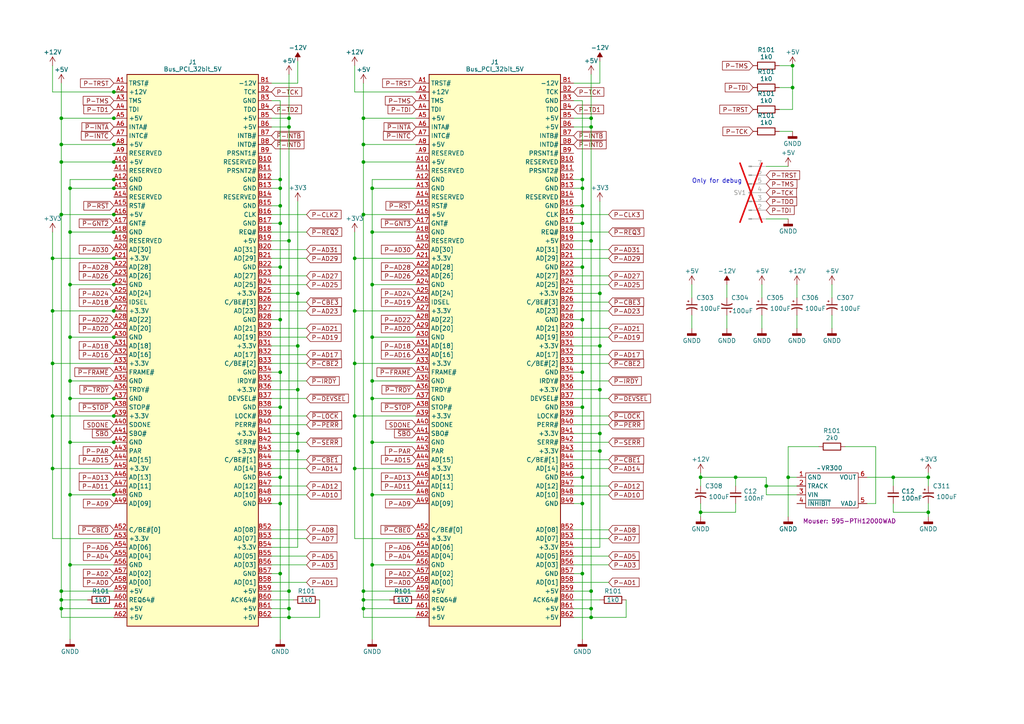
<source format=kicad_sch>
(kicad_sch (version 20230121) (generator eeschema)
  (paper "A4")
  (junction (at 83.82 176.53))
  (junction (at 81.28 59.69))
  (junction (at 83.82 179.07))
  (junction (at 107.95 97.79))
  (junction (at 173.99 125.73))
  (junction (at 81.28 92.71))
  (junction (at 168.91 92.71))
  (junction (at 105.41 46.99))
  (junction (at 107.95 82.55))
  (junction (at 102.87 120.65))
  (junction (at 15.24 135.89))
  (junction (at 33.02 128.27))
  (junction (at 107.95 163.83))
  (junction (at 222.25 140.97))
  (junction (at 168.91 107.95))
  (junction (at 20.32 110.49))
  (junction (at 168.91 166.37))
  (junction (at 33.02 26.67))
  (junction (at 173.99 100.33))
  (junction (at 17.78 173.99))
  (junction (at 171.45 69.85))
  (junction (at 86.36 130.81))
  (junction (at 269.24 138.43))
  (junction (at 86.36 113.03))
  (junction (at 81.28 166.37))
  (junction (at 17.78 176.53))
  (junction (at 81.28 54.61))
  (junction (at 228.6 138.43))
  (junction (at 20.32 128.27))
  (junction (at 81.28 64.77))
  (junction (at 20.32 115.57))
  (junction (at 105.41 62.23))
  (junction (at 17.78 41.91))
  (junction (at 105.41 176.53))
  (junction (at 17.78 171.45))
  (junction (at 33.02 115.57))
  (junction (at 83.82 69.85))
  (junction (at 168.91 146.05))
  (junction (at 102.87 90.17))
  (junction (at 107.95 67.31))
  (junction (at 171.45 176.53))
  (junction (at 168.91 77.47))
  (junction (at 81.28 146.05))
  (junction (at 171.45 171.45))
  (junction (at 173.99 130.81))
  (junction (at 33.02 143.51))
  (junction (at 105.41 171.45))
  (junction (at 107.95 115.57))
  (junction (at 33.02 74.93))
  (junction (at 20.32 143.51))
  (junction (at 83.82 171.45))
  (junction (at 17.78 46.99))
  (junction (at 171.45 36.83))
  (junction (at 20.32 97.79))
  (junction (at 33.02 46.99))
  (junction (at 107.95 143.51))
  (junction (at 15.24 74.93))
  (junction (at 203.2 138.43))
  (junction (at 107.95 110.49))
  (junction (at 33.02 120.65))
  (junction (at 86.36 125.73))
  (junction (at 81.28 118.11))
  (junction (at 20.32 67.31))
  (junction (at 107.95 128.27))
  (junction (at 17.78 34.29))
  (junction (at 83.82 36.83))
  (junction (at 33.02 54.61))
  (junction (at 105.41 41.91))
  (junction (at 102.87 135.89))
  (junction (at 33.02 67.31))
  (junction (at 20.32 82.55))
  (junction (at 168.91 52.07))
  (junction (at 17.78 62.23))
  (junction (at 81.28 107.95))
  (junction (at 168.91 54.61))
  (junction (at 81.28 52.07))
  (junction (at 171.45 179.07))
  (junction (at 33.02 62.23))
  (junction (at 33.02 41.91))
  (junction (at 229.87 25.4))
  (junction (at 33.02 34.29))
  (junction (at 213.36 138.43))
  (junction (at 171.45 34.29))
  (junction (at 83.82 34.29))
  (junction (at 168.91 64.77))
  (junction (at 105.41 34.29))
  (junction (at 269.24 148.59))
  (junction (at 33.02 97.79))
  (junction (at 20.32 54.61))
  (junction (at 105.41 173.99))
  (junction (at 173.99 85.09))
  (junction (at 15.24 105.41))
  (junction (at 168.91 59.69))
  (junction (at 33.02 90.17))
  (junction (at 86.36 100.33))
  (junction (at 107.95 54.61))
  (junction (at 81.28 77.47))
  (junction (at 168.91 138.43))
  (junction (at 33.02 52.07))
  (junction (at 229.87 19.05))
  (junction (at 15.24 120.65))
  (junction (at 15.24 90.17))
  (junction (at 168.91 118.11))
  (junction (at 203.2 148.59))
  (junction (at 102.87 105.41))
  (junction (at 81.28 138.43))
  (junction (at 33.02 82.55))
  (junction (at 259.08 138.43))
  (junction (at 20.32 163.83))
  (junction (at 173.99 113.03))
  (junction (at 86.36 85.09))
  (junction (at 102.87 74.93))
  (wire (pts (xy 107.95 67.31) (xy 107.95 82.55)))
  (wire (pts (xy 20.32 67.31) (xy 20.32 82.55)))
  (wire (pts (xy 17.78 46.99) (xy 17.78 41.91)))
  (wire (pts (xy 168.91 59.69) (xy 168.91 64.77)))
  (wire (pts (xy 78.74 82.55) (xy 88.9 82.55)))
  (wire (pts (xy 228.6 129.54) (xy 228.6 138.43)))
  (wire (pts (xy 78.74 123.19) (xy 88.9 123.19)))
  (wire (pts (xy 86.36 17.78) (xy 86.36 24.13)))
  (wire (pts (xy 20.32 143.51) (xy 20.32 163.83)))
  (wire (pts (xy 200.66 82.55) (xy 200.66 86.36)))
  (wire (pts (xy 171.45 171.45) (xy 171.45 69.85)))
  (wire (pts (xy 102.87 156.21) (xy 120.65 156.21)))
  (wire (pts (xy 171.45 176.53) (xy 171.45 171.45)))
  (wire (pts (xy 81.28 138.43) (xy 81.28 146.05)))
  (wire (pts (xy 259.08 140.97) (xy 259.08 138.43)))
  (wire (pts (xy 107.95 163.83) (xy 120.65 163.83)))
  (wire (pts (xy 210.82 82.55) (xy 210.82 86.36)))
  (wire (pts (xy 166.37 176.53) (xy 171.45 176.53)))
  (wire (pts (xy 107.95 128.27) (xy 120.65 128.27)))
  (wire (pts (xy 176.53 80.01) (xy 166.37 80.01)))
  (wire (pts (xy 245.11 129.54) (xy 254 129.54)))
  (wire (pts (xy 15.24 74.93) (xy 15.24 67.31)))
  (wire (pts (xy 78.74 110.49) (xy 88.9 110.49)))
  (wire (pts (xy 176.53 115.57) (xy 166.37 115.57)))
  (wire (pts (xy 176.53 102.87) (xy 166.37 102.87)))
  (wire (pts (xy 176.53 123.19) (xy 166.37 123.19)))
  (wire (pts (xy 17.78 41.91) (xy 33.02 41.91)))
  (wire (pts (xy 107.95 97.79) (xy 107.95 110.49)))
  (wire (pts (xy 166.37 138.43) (xy 168.91 138.43)))
  (wire (pts (xy 17.78 41.91) (xy 17.78 34.29)))
  (wire (pts (xy 105.41 171.45) (xy 120.65 171.45)))
  (wire (pts (xy 83.82 21.59) (xy 83.82 34.29)))
  (wire (pts (xy 166.37 171.45) (xy 171.45 171.45)))
  (wire (pts (xy 78.74 95.25) (xy 88.9 95.25)))
  (wire (pts (xy 168.91 64.77) (xy 168.91 77.47)))
  (wire (pts (xy 228.6 138.43) (xy 231.14 138.43)))
  (wire (pts (xy 173.99 125.73) (xy 173.99 113.03)))
  (wire (pts (xy 210.82 91.44) (xy 210.82 95.25)))
  (wire (pts (xy 78.74 161.29) (xy 88.9 161.29)))
  (wire (pts (xy 81.28 64.77) (xy 81.28 77.47)))
  (wire (pts (xy 83.82 171.45) (xy 83.82 69.85)))
  (wire (pts (xy 102.87 26.67) (xy 120.65 26.67)))
  (wire (pts (xy 176.53 133.35) (xy 166.37 133.35)))
  (wire (pts (xy 176.53 72.39) (xy 166.37 72.39)))
  (wire (pts (xy 78.74 54.61) (xy 81.28 54.61)))
  (wire (pts (xy 105.41 62.23) (xy 120.65 62.23)))
  (wire (pts (xy 269.24 149.86) (xy 269.24 148.59)))
  (wire (pts (xy 78.74 118.11) (xy 81.28 118.11)))
  (wire (pts (xy 102.87 90.17) (xy 120.65 90.17)))
  (wire (pts (xy 105.41 62.23) (xy 105.41 46.99)))
  (wire (pts (xy 20.32 54.61) (xy 20.32 67.31)))
  (wire (pts (xy 20.32 82.55) (xy 20.32 97.79)))
  (wire (pts (xy 173.99 158.75) (xy 173.99 130.81)))
  (wire (pts (xy 102.87 135.89) (xy 120.65 135.89)))
  (wire (pts (xy 35.56 34.29) (xy 33.02 34.29)))
  (wire (pts (xy 15.24 120.65) (xy 15.24 105.41)))
  (wire (pts (xy 20.32 82.55) (xy 33.02 82.55)))
  (wire (pts (xy 17.78 173.99) (xy 25.4 173.99)))
  (wire (pts (xy 105.41 46.99) (xy 105.41 41.91)))
  (wire (pts (xy 78.74 146.05) (xy 81.28 146.05)))
  (wire (pts (xy 78.74 36.83) (xy 83.82 36.83)))
  (wire (pts (xy 166.37 166.37) (xy 168.91 166.37)))
  (wire (pts (xy 33.02 26.67) (xy 15.24 26.67)))
  (wire (pts (xy 20.32 67.31) (xy 33.02 67.31)))
  (wire (pts (xy 166.37 100.33) (xy 173.99 100.33)))
  (wire (pts (xy 17.78 62.23) (xy 17.78 46.99)))
  (wire (pts (xy 166.37 146.05) (xy 168.91 146.05)))
  (wire (pts (xy 176.53 67.31) (xy 166.37 67.31)))
  (wire (pts (xy 222.25 48.26) (xy 228.6 48.26)))
  (wire (pts (xy 15.24 105.41) (xy 15.24 90.17)))
  (wire (pts (xy 86.36 113.03) (xy 86.36 100.33)))
  (wire (pts (xy 78.74 120.65) (xy 88.9 120.65)))
  (wire (pts (xy 20.32 110.49) (xy 20.32 115.57)))
  (wire (pts (xy 105.41 176.53) (xy 120.65 176.53)))
  (wire (pts (xy 20.32 128.27) (xy 20.32 143.51)))
  (wire (pts (xy 78.74 133.35) (xy 88.9 133.35)))
  (wire (pts (xy 166.37 158.75) (xy 173.99 158.75)))
  (wire (pts (xy 78.74 138.43) (xy 81.28 138.43)))
  (wire (pts (xy 35.56 46.99) (xy 33.02 46.99)))
  (wire (pts (xy 78.74 64.77) (xy 81.28 64.77)))
  (wire (pts (xy 17.78 179.07) (xy 33.02 179.07)))
  (wire (pts (xy 166.37 29.21) (xy 168.91 29.21)))
  (wire (pts (xy 222.25 140.97) (xy 222.25 138.43)))
  (wire (pts (xy 15.24 90.17) (xy 15.24 74.93)))
  (wire (pts (xy 269.24 137.16) (xy 269.24 138.43)))
  (wire (pts (xy 176.53 82.55) (xy 166.37 82.55)))
  (wire (pts (xy 105.41 179.07) (xy 105.41 176.53)))
  (wire (pts (xy 86.36 125.73) (xy 86.36 113.03)))
  (wire (pts (xy 105.41 41.91) (xy 120.65 41.91)))
  (wire (pts (xy 78.74 140.97) (xy 88.9 140.97)))
  (wire (pts (xy 226.06 25.4) (xy 229.87 25.4)))
  (wire (pts (xy 176.53 135.89) (xy 166.37 135.89)))
  (wire (pts (xy 102.87 105.41) (xy 102.87 90.17)))
  (wire (pts (xy 92.71 173.99) (xy 92.71 179.07)))
  (wire (pts (xy 231.14 91.44) (xy 231.14 95.25)))
  (wire (pts (xy 107.95 110.49) (xy 107.95 115.57)))
  (wire (pts (xy 107.95 52.07) (xy 120.65 52.07)))
  (wire (pts (xy 231.14 143.51) (xy 222.25 143.51)))
  (wire (pts (xy 78.74 158.75) (xy 86.36 158.75)))
  (wire (pts (xy 17.78 176.53) (xy 17.78 173.99)))
  (wire (pts (xy 35.56 26.67) (xy 33.02 26.67)))
  (wire (pts (xy 168.91 52.07) (xy 168.91 54.61)))
  (wire (pts (xy 78.74 107.95) (xy 81.28 107.95)))
  (wire (pts (xy 35.56 97.79) (xy 33.02 97.79)))
  (wire (pts (xy 35.56 90.17) (xy 33.02 90.17)))
  (wire (pts (xy 15.24 90.17) (xy 33.02 90.17)))
  (wire (pts (xy 176.53 110.49) (xy 166.37 110.49)))
  (wire (pts (xy 78.74 135.89) (xy 88.9 135.89)))
  (wire (pts (xy 168.91 77.47) (xy 168.91 92.71)))
  (wire (pts (xy 81.28 52.07) (xy 81.28 54.61)))
  (wire (pts (xy 168.91 146.05) (xy 168.91 166.37)))
  (wire (pts (xy 35.56 74.93) (xy 33.02 74.93)))
  (wire (pts (xy 78.74 85.09) (xy 86.36 85.09)))
  (wire (pts (xy 107.95 97.79) (xy 120.65 97.79)))
  (wire (pts (xy 78.74 52.07) (xy 81.28 52.07)))
  (wire (pts (xy 222.25 143.51) (xy 222.25 140.97)))
  (wire (pts (xy 35.56 115.57) (xy 33.02 115.57)))
  (wire (pts (xy 86.36 130.81) (xy 86.36 125.73)))
  (wire (pts (xy 176.53 153.67) (xy 166.37 153.67)))
  (wire (pts (xy 241.3 82.55) (xy 241.3 86.36)))
  (wire (pts (xy 176.53 87.63) (xy 166.37 87.63)))
  (wire (pts (xy 213.36 140.97) (xy 213.36 138.43)))
  (wire (pts (xy 102.87 105.41) (xy 120.65 105.41)))
  (wire (pts (xy 107.95 128.27) (xy 107.95 143.51)))
  (wire (pts (xy 78.74 92.71) (xy 81.28 92.71)))
  (wire (pts (xy 269.24 138.43) (xy 269.24 140.97)))
  (wire (pts (xy 105.41 24.13) (xy 105.41 34.29)))
  (wire (pts (xy 78.74 105.41) (xy 88.9 105.41)))
  (wire (pts (xy 105.41 173.99) (xy 105.41 171.45)))
  (wire (pts (xy 15.24 120.65) (xy 33.02 120.65)))
  (wire (pts (xy 78.74 24.13) (xy 86.36 24.13)))
  (wire (pts (xy 78.74 67.31) (xy 88.9 67.31)))
  (wire (pts (xy 17.78 176.53) (xy 33.02 176.53)))
  (wire (pts (xy 228.6 149.86) (xy 228.6 138.43)))
  (wire (pts (xy 168.91 29.21) (xy 168.91 52.07)))
  (wire (pts (xy 173.99 113.03) (xy 173.99 100.33)))
  (wire (pts (xy 259.08 138.43) (xy 269.24 138.43)))
  (wire (pts (xy 203.2 138.43) (xy 203.2 140.97)))
  (wire (pts (xy 17.78 173.99) (xy 17.78 171.45)))
  (wire (pts (xy 166.37 77.47) (xy 168.91 77.47)))
  (wire (pts (xy 78.74 130.81) (xy 86.36 130.81)))
  (wire (pts (xy 78.74 69.85) (xy 83.82 69.85)))
  (wire (pts (xy 213.36 148.59) (xy 203.2 148.59)))
  (wire (pts (xy 78.74 62.23) (xy 88.9 62.23)))
  (wire (pts (xy 83.82 69.85) (xy 83.82 36.83)))
  (wire (pts (xy 78.74 80.01) (xy 88.9 80.01)))
  (wire (pts (xy 229.87 25.4) (xy 229.87 19.05)))
  (wire (pts (xy 35.56 143.51) (xy 33.02 143.51)))
  (wire (pts (xy 176.53 163.83) (xy 166.37 163.83)))
  (wire (pts (xy 78.74 102.87) (xy 88.9 102.87)))
  (wire (pts (xy 78.74 128.27) (xy 88.9 128.27)))
  (wire (pts (xy 78.74 153.67) (xy 88.9 153.67)))
  (wire (pts (xy 222.25 63.5) (xy 228.6 63.5)))
  (wire (pts (xy 102.87 120.65) (xy 120.65 120.65)))
  (wire (pts (xy 168.91 92.71) (xy 168.91 107.95)))
  (wire (pts (xy 166.37 118.11) (xy 168.91 118.11)))
  (wire (pts (xy 166.37 125.73) (xy 173.99 125.73)))
  (wire (pts (xy 17.78 24.13) (xy 17.78 34.29)))
  (wire (pts (xy 85.09 173.99) (xy 78.74 173.99)))
  (wire (pts (xy 203.2 138.43) (xy 213.36 138.43)))
  (wire (pts (xy 213.36 138.43) (xy 222.25 138.43)))
  (wire (pts (xy 78.74 125.73) (xy 86.36 125.73)))
  (wire (pts (xy 78.74 163.83) (xy 88.9 163.83)))
  (wire (pts (xy 20.32 52.07) (xy 20.32 54.61)))
  (wire (pts (xy 20.32 128.27) (xy 33.02 128.27)))
  (wire (pts (xy 105.41 41.91) (xy 105.41 34.29)))
  (wire (pts (xy 35.56 41.91) (xy 33.02 41.91)))
  (wire (pts (xy 20.32 52.07) (xy 33.02 52.07)))
  (wire (pts (xy 92.71 179.07) (xy 83.82 179.07)))
  (wire (pts (xy 181.61 179.07) (xy 171.45 179.07)))
  (wire (pts (xy 107.95 143.51) (xy 107.95 163.83)))
  (wire (pts (xy 107.95 54.61) (xy 107.95 67.31)))
  (wire (pts (xy 35.56 128.27) (xy 33.02 128.27)))
  (wire (pts (xy 166.37 64.77) (xy 168.91 64.77)))
  (wire (pts (xy 226.06 31.75) (xy 229.87 31.75)))
  (wire (pts (xy 17.78 34.29) (xy 33.02 34.29)))
  (wire (pts (xy 168.91 166.37) (xy 168.91 185.42)))
  (wire (pts (xy 78.74 74.93) (xy 88.9 74.93)))
  (wire (pts (xy 20.32 110.49) (xy 33.02 110.49)))
  (wire (pts (xy 220.98 95.25) (xy 220.98 91.44)))
  (wire (pts (xy 166.37 59.69) (xy 168.91 59.69)))
  (wire (pts (xy 83.82 36.83) (xy 83.82 34.29)))
  (wire (pts (xy 20.32 54.61) (xy 33.02 54.61)))
  (wire (pts (xy 168.91 138.43) (xy 168.91 146.05)))
  (wire (pts (xy 105.41 179.07) (xy 120.65 179.07)))
  (wire (pts (xy 173.99 58.42) (xy 173.99 85.09)))
  (wire (pts (xy 176.53 161.29) (xy 166.37 161.29)))
  (wire (pts (xy 107.95 115.57) (xy 120.65 115.57)))
  (wire (pts (xy 20.32 97.79) (xy 33.02 97.79)))
  (wire (pts (xy 176.53 168.91) (xy 166.37 168.91)))
  (wire (pts (xy 20.32 163.83) (xy 33.02 163.83)))
  (wire (pts (xy 17.78 46.99) (xy 33.02 46.99)))
  (wire (pts (xy 171.45 69.85) (xy 171.45 36.83)))
  (wire (pts (xy 83.82 179.07) (xy 83.82 176.53)))
  (wire (pts (xy 241.3 95.25) (xy 241.3 91.44)))
  (wire (pts (xy 17.78 179.07) (xy 17.78 176.53)))
  (wire (pts (xy 107.95 163.83) (xy 107.95 185.42)))
  (wire (pts (xy 78.74 29.21) (xy 81.28 29.21)))
  (wire (pts (xy 259.08 146.05) (xy 259.08 148.59)))
  (wire (pts (xy 171.45 36.83) (xy 171.45 34.29)))
  (wire (pts (xy 166.37 24.13) (xy 173.99 24.13)))
  (wire (pts (xy 20.32 143.51) (xy 33.02 143.51)))
  (wire (pts (xy 176.53 74.93) (xy 166.37 74.93)))
  (wire (pts (xy 220.98 82.55) (xy 220.98 86.36)))
  (wire (pts (xy 171.45 34.29) (xy 166.37 34.29)))
  (wire (pts (xy 200.66 95.25) (xy 200.66 91.44)))
  (wire (pts (xy 35.56 67.31) (xy 33.02 67.31)))
  (wire (pts (xy 35.56 120.65) (xy 33.02 120.65)))
  (wire (pts (xy 78.74 77.47) (xy 81.28 77.47)))
  (wire (pts (xy 166.37 69.85) (xy 171.45 69.85)))
  (wire (pts (xy 171.45 21.59) (xy 171.45 34.29)))
  (wire (pts (xy 81.28 118.11) (xy 81.28 138.43)))
  (wire (pts (xy 15.24 156.21) (xy 15.24 135.89)))
  (wire (pts (xy 251.46 146.05) (xy 254 146.05)))
  (wire (pts (xy 181.61 173.99) (xy 181.61 179.07)))
  (wire (pts (xy 226.06 38.1) (xy 229.87 38.1)))
  (wire (pts (xy 105.41 46.99) (xy 120.65 46.99)))
  (wire (pts (xy 86.36 100.33) (xy 86.36 85.09)))
  (wire (pts (xy 173.99 100.33) (xy 173.99 85.09)))
  (wire (pts (xy 226.06 19.05) (xy 229.87 19.05)))
  (wire (pts (xy 81.28 29.21) (xy 81.28 52.07)))
  (wire (pts (xy 78.74 179.07) (xy 83.82 179.07)))
  (wire (pts (xy 259.08 148.59) (xy 269.24 148.59)))
  (wire (pts (xy 78.74 90.17) (xy 88.9 90.17)))
  (wire (pts (xy 15.24 105.41) (xy 33.02 105.41)))
  (wire (pts (xy 35.56 52.07) (xy 33.02 52.07)))
  (wire (pts (xy 78.74 171.45) (xy 83.82 171.45)))
  (wire (pts (xy 166.37 173.99) (xy 173.99 173.99)))
  (wire (pts (xy 17.78 171.45) (xy 33.02 171.45)))
  (wire (pts (xy 107.95 110.49) (xy 120.65 110.49)))
  (wire (pts (xy 105.41 62.23) (xy 105.41 171.45)))
  (wire (pts (xy 86.36 158.75) (xy 86.36 130.81)))
  (wire (pts (xy 166.37 36.83) (xy 171.45 36.83)))
  (wire (pts (xy 78.74 166.37) (xy 81.28 166.37)))
  (wire (pts (xy 81.28 92.71) (xy 81.28 107.95)))
  (wire (pts (xy 107.95 143.51) (xy 120.65 143.51)))
  (wire (pts (xy 20.32 97.79) (xy 20.32 110.49)))
  (wire (pts (xy 173.99 85.09) (xy 166.37 85.09)))
  (wire (pts (xy 17.78 62.23) (xy 17.78 171.45)))
  (wire (pts (xy 20.32 163.83) (xy 20.32 185.42)))
  (wire (pts (xy 105.41 173.99) (xy 113.03 173.99)))
  (wire (pts (xy 35.56 82.55) (xy 33.02 82.55)))
  (wire (pts (xy 166.37 107.95) (xy 168.91 107.95)))
  (wire (pts (xy 78.74 34.29) (xy 83.82 34.29)))
  (wire (pts (xy 102.87 120.65) (xy 102.87 105.41)))
  (wire (pts (xy 203.2 148.59) (xy 203.2 146.05)))
  (wire (pts (xy 81.28 146.05) (xy 81.28 166.37)))
  (wire (pts (xy 102.87 135.89) (xy 102.87 120.65)))
  (wire (pts (xy 176.53 143.51) (xy 166.37 143.51)))
  (wire (pts (xy 166.37 54.61) (xy 168.91 54.61)))
  (wire (pts (xy 173.99 17.78) (xy 173.99 24.13)))
  (wire (pts (xy 78.74 59.69) (xy 81.28 59.69)))
  (wire (pts (xy 102.87 156.21) (xy 102.87 135.89)))
  (wire (pts (xy 102.87 74.93) (xy 102.87 67.31)))
  (wire (pts (xy 176.53 156.21) (xy 166.37 156.21)))
  (wire (pts (xy 203.2 137.16) (xy 203.2 138.43)))
  (wire (pts (xy 168.91 118.11) (xy 168.91 138.43)))
  (wire (pts (xy 176.53 120.65) (xy 166.37 120.65)))
  (wire (pts (xy 81.28 54.61) (xy 81.28 59.69)))
  (wire (pts (xy 81.28 77.47) (xy 81.28 92.71)))
  (wire (pts (xy 107.95 82.55) (xy 107.95 97.79)))
  (wire (pts (xy 166.37 113.03) (xy 173.99 113.03)))
  (wire (pts (xy 35.56 62.23) (xy 33.02 62.23)))
  (wire (pts (xy 168.91 107.95) (xy 168.91 118.11)))
  (wire (pts (xy 173.99 130.81) (xy 173.99 125.73)))
  (wire (pts (xy 20.32 115.57) (xy 20.32 128.27)))
  (wire (pts (xy 251.46 138.43) (xy 259.08 138.43)))
  (wire (pts (xy 107.95 67.31) (xy 120.65 67.31)))
  (wire (pts (xy 78.74 156.21) (xy 88.9 156.21)))
  (wire (pts (xy 107.95 115.57) (xy 107.95 128.27)))
  (wire (pts (xy 269.24 148.59) (xy 269.24 146.05)))
  (wire (pts (xy 176.53 62.23) (xy 166.37 62.23)))
  (wire (pts (xy 176.53 97.79) (xy 166.37 97.79)))
  (wire (pts (xy 15.24 156.21) (xy 33.02 156.21)))
  (wire (pts (xy 213.36 146.05) (xy 213.36 148.59)))
  (wire (pts (xy 107.95 54.61) (xy 120.65 54.61)))
  (wire (pts (xy 83.82 176.53) (xy 83.82 171.45)))
  (wire (pts (xy 78.74 113.03) (xy 86.36 113.03)))
  (wire (pts (xy 78.74 168.91) (xy 88.9 168.91)))
  (wire (pts (xy 176.53 140.97) (xy 166.37 140.97)))
  (wire (pts (xy 81.28 107.95) (xy 81.28 118.11)))
  (wire (pts (xy 102.87 19.05) (xy 102.87 26.67)))
  (wire (pts (xy 107.95 52.07) (xy 107.95 54.61)))
  (wire (pts (xy 222.25 140.97) (xy 231.14 140.97)))
  (wire (pts (xy 15.24 74.93) (xy 33.02 74.93)))
  (wire (pts (xy 166.37 179.07) (xy 171.45 179.07)))
  (wire (pts (xy 86.36 58.42) (xy 86.36 85.09)))
  (wire (pts (xy 17.78 62.23) (xy 33.02 62.23)))
  (wire (pts (xy 78.74 100.33) (xy 86.36 100.33)))
  (wire (pts (xy 15.24 19.05) (xy 15.24 26.67)))
  (wire (pts (xy 176.53 128.27) (xy 166.37 128.27)))
  (wire (pts (xy 107.95 82.55) (xy 120.65 82.55)))
  (wire (pts (xy 166.37 52.07) (xy 168.91 52.07)))
  (wire (pts (xy 229.87 31.75) (xy 229.87 25.4)))
  (wire (pts (xy 176.53 95.25) (xy 166.37 95.25)))
  (wire (pts (xy 105.41 34.29) (xy 120.65 34.29)))
  (wire (pts (xy 78.74 115.57) (xy 88.9 115.57)))
  (wire (pts (xy 231.14 82.55) (xy 231.14 86.36)))
  (wire (pts (xy 78.74 97.79) (xy 88.9 97.79)))
  (wire (pts (xy 78.74 143.51) (xy 88.9 143.51)))
  (wire (pts (xy 35.56 54.61) (xy 33.02 54.61)))
  (wire (pts (xy 166.37 92.71) (xy 168.91 92.71)))
  (wire (pts (xy 78.74 176.53) (xy 83.82 176.53)))
  (wire (pts (xy 166.37 130.81) (xy 173.99 130.81)))
  (wire (pts (xy 254 146.05) (xy 254 129.54)))
  (wire (pts (xy 237.49 129.54) (xy 228.6 129.54)))
  (wire (pts (xy 81.28 59.69) (xy 81.28 64.77)))
  (wire (pts (xy 168.91 54.61) (xy 168.91 59.69)))
  (wire (pts (xy 176.53 105.41) (xy 166.37 105.41)))
  (wire (pts (xy 102.87 74.93) (xy 120.65 74.93)))
  (wire (pts (xy 20.32 115.57) (xy 33.02 115.57)))
  (wire (pts (xy 105.41 176.53) (xy 105.41 173.99)))
  (wire (pts (xy 203.2 149.86) (xy 203.2 148.59)))
  (wire (pts (xy 102.87 90.17) (xy 102.87 74.93)))
  (wire (pts (xy 78.74 72.39) (xy 88.9 72.39)))
  (wire (pts (xy 78.74 87.63) (xy 88.9 87.63)))
  (wire (pts (xy 15.24 135.89) (xy 33.02 135.89)))
  (wire (pts (xy 176.53 90.17) (xy 166.37 90.17)))
  (wire (pts (xy 81.28 166.37) (xy 81.28 185.42)))
  (wire (pts (xy 15.24 135.89) (xy 15.24 120.65)))
  (wire (pts (xy 171.45 179.07) (xy 171.45 176.53)))
  (text "Only for debug" (at 200.66 53.34 0) (effects (font (size 1.27 1.27)) (justify left bottom)))
  (global_label "P-TMS" (shape input) (at 218.44 19.05 180) (property "Intersheetrefs" "${INTERSHEET_REFS}" (effects hide)))
  (global_label "P-AD24" (shape input) (at 120.65 85.09 180) (property "Intersheetrefs" "${INTERSHEET_REFS}" (effects hide)))
  (global_label "P-TCK" (shape input) (at 78.74 26.67 0) (property "Intersheetrefs" "${INTERSHEET_REFS}" (effects hide)))
  (global_label "~{P-DEVSEL}" (shape input) (at 176.53 115.57 0) (property "Intersheetrefs" "${INTERSHEET_REFS}" (effects hide)))
  (global_label "P-TMS" (shape input) (at 120.65 29.21 180) (property "Intersheetrefs" "${INTERSHEET_REFS}" (effects hide)))
  (global_label "~{P-FRAME}" (shape input) (at 120.65 107.95 180) (property "Intersheetrefs" "${INTERSHEET_REFS}" (effects hide)))
  (global_label "~{P-STOP}" (shape input) (at 120.65 118.11 180) (property "Intersheetrefs" "${INTERSHEET_REFS}" (effects hide)))
  (global_label "P-AD19" (shape input) (at 88.9 97.79 0) (property "Intersheetrefs" "${INTERSHEET_REFS}" (effects hide)))
  (global_label "P-AD27" (shape input) (at 88.9 80.01 0) (property "Intersheetrefs" "${INTERSHEET_REFS}" (effects hide)))
  (global_label "P-AD30" (shape input) (at 120.65 72.39 180) (property "Intersheetrefs" "${INTERSHEET_REFS}" (effects hide)))
  (global_label "P-TDI" (shape input) (at 120.65 31.75 180) (property "Intersheetrefs" "${INTERSHEET_REFS}" (effects hide)))
  (global_label "P-AD21" (shape input) (at 88.9 95.25 0) (property "Intersheetrefs" "${INTERSHEET_REFS}" (effects hide)))
  (global_label "P-AD7" (shape input) (at 176.53 156.21 0) (property "Intersheetrefs" "${INTERSHEET_REFS}" (effects hide)))
  (global_label "P-AD27" (shape input) (at 176.53 80.01 0) (property "Intersheetrefs" "${INTERSHEET_REFS}" (effects hide)))
  (global_label "P-TDI" (shape input) (at 218.44 25.4 180) (property "Intersheetrefs" "${INTERSHEET_REFS}" (effects hide)))
  (global_label "P-AD2" (shape input) (at 120.65 166.37 180) (property "Intersheetrefs" "${INTERSHEET_REFS}" (effects hide)))
  (global_label "P-AD17" (shape input) (at 88.9 102.87 0) (property "Intersheetrefs" "${INTERSHEET_REFS}" (effects hide)))
  (global_label "P-AD18" (shape input) (at 120.65 100.33 180) (property "Intersheetrefs" "${INTERSHEET_REFS}" (effects hide)))
  (global_label "P-AD21" (shape input) (at 176.53 95.25 0) (property "Intersheetrefs" "${INTERSHEET_REFS}" (effects hide)))
  (global_label "P-AD15" (shape input) (at 33.02 133.35 180) (property "Intersheetrefs" "${INTERSHEET_REFS}" (effects hide)))
  (global_label "P-TDI" (shape input) (at 222.25 60.96 0) (property "Intersheetrefs" "${INTERSHEET_REFS}" (effects hide)))
  (global_label "~{SBO}" (shape input) (at 33.02 125.73 180) (property "Intersheetrefs" "${INTERSHEET_REFS}" (effects hide)))
  (global_label "P-AD20" (shape input) (at 33.02 95.25 180) (property "Intersheetrefs" "${INTERSHEET_REFS}" (effects hide)))
  (global_label "~{P-SERR}" (shape input) (at 88.9 128.27 0) (property "Intersheetrefs" "${INTERSHEET_REFS}" (effects hide)))
  (global_label "P-AD9" (shape input) (at 33.02 146.05 180) (property "Intersheetrefs" "${INTERSHEET_REFS}" (effects hide)))
  (global_label "P-AD20" (shape input) (at 120.65 95.25 180) (property "Intersheetrefs" "${INTERSHEET_REFS}" (effects hide)))
  (global_label "P-AD11" (shape input) (at 120.65 140.97 180) (property "Intersheetrefs" "${INTERSHEET_REFS}" (effects hide)))
  (global_label "P-AD6" (shape input) (at 33.02 158.75 180) (property "Intersheetrefs" "${INTERSHEET_REFS}" (effects hide)))
  (global_label "SDONE" (shape input) (at 33.02 123.19 180) (property "Intersheetrefs" "${INTERSHEET_REFS}" (effects hide)))
  (global_label "P-AD11" (shape input) (at 33.02 140.97 180) (property "Intersheetrefs" "${INTERSHEET_REFS}" (effects hide)))
  (global_label "P-AD22" (shape input) (at 33.02 92.71 180) (property "Intersheetrefs" "${INTERSHEET_REFS}" (effects hide)))
  (global_label "~{P-PERR}" (shape input) (at 88.9 123.19 0) (property "Intersheetrefs" "${INTERSHEET_REFS}" (effects hide)))
  (global_label "P-AD26" (shape input) (at 120.65 80.01 180) (property "Intersheetrefs" "${INTERSHEET_REFS}" (effects hide)))
  (global_label "~{P-CBE0}" (shape input) (at 120.65 153.67 180) (property "Intersheetrefs" "${INTERSHEET_REFS}" (effects hide)))
  (global_label "P-AD0" (shape input) (at 120.65 168.91 180) (property "Intersheetrefs" "${INTERSHEET_REFS}" (effects hide)))
  (global_label "~{P-REQ2}" (shape input) (at 88.9 67.31 0) (property "Intersheetrefs" "${INTERSHEET_REFS}" (effects hide)))
  (global_label "P-TRST" (shape input) (at 120.65 24.13 180) (property "Intersheetrefs" "${INTERSHEET_REFS}" (effects hide)))
  (global_label "~{P-INTD}" (shape input) (at 166.37 41.91 0) (property "Intersheetrefs" "${INTERSHEET_REFS}" (effects hide)))
  (global_label "~{P-GNT3}" (shape input) (at 120.65 64.77 180) (property "Intersheetrefs" "${INTERSHEET_REFS}" (effects hide)))
  (global_label "P-AD4" (shape input) (at 33.02 161.29 180) (property "Intersheetrefs" "${INTERSHEET_REFS}" (effects hide)))
  (global_label "~{P-FRAME}" (shape input) (at 33.02 107.95 180) (property "Intersheetrefs" "${INTERSHEET_REFS}" (effects hide)))
  (global_label "P-AD24" (shape input) (at 33.02 85.09 180) (property "Intersheetrefs" "${INTERSHEET_REFS}" (effects hide)))
  (global_label "P-AD28" (shape input) (at 120.65 77.47 180) (property "Intersheetrefs" "${INTERSHEET_REFS}" (effects hide)))
  (global_label "~{P-INTA}" (shape input) (at 33.02 36.83 180) (property "Intersheetrefs" "${INTERSHEET_REFS}" (effects hide)))
  (global_label "P-TD1" (shape input) (at 33.02 31.75 180) (property "Intersheetrefs" "${INTERSHEET_REFS}" (effects hide)))
  (global_label "~{P-TRDY}" (shape input) (at 120.65 113.03 180) (property "Intersheetrefs" "${INTERSHEET_REFS}" (effects hide)))
  (global_label "P-PAR" (shape input) (at 33.02 130.81 180) (property "Intersheetrefs" "${INTERSHEET_REFS}" (effects hide)))
  (global_label "P-AD31" (shape input) (at 176.53 72.39 0) (property "Intersheetrefs" "${INTERSHEET_REFS}" (effects hide)))
  (global_label "P-AD7" (shape input) (at 88.9 156.21 0) (property "Intersheetrefs" "${INTERSHEET_REFS}" (effects hide)))
  (global_label "~{P-CBE3}" (shape input) (at 176.53 87.63 0) (property "Intersheetrefs" "${INTERSHEET_REFS}" (effects hide)))
  (global_label "~{P-SERR}" (shape input) (at 176.53 128.27 0) (property "Intersheetrefs" "${INTERSHEET_REFS}" (effects hide)))
  (global_label "P-AD31" (shape input) (at 88.9 72.39 0) (property "Intersheetrefs" "${INTERSHEET_REFS}" (effects hide)))
  (global_label "P-CLK3" (shape input) (at 176.53 62.23 0) (property "Intersheetrefs" "${INTERSHEET_REFS}" (effects hide)))
  (global_label "~{P-LOCK}" (shape input) (at 88.9 120.65 0) (property "Intersheetrefs" "${INTERSHEET_REFS}" (effects hide)))
  (global_label "P-TRST" (shape input) (at 33.02 24.13 180) (property "Intersheetrefs" "${INTERSHEET_REFS}" (effects hide)))
  (global_label "P-AD1" (shape input) (at 176.53 168.91 0) (property "Intersheetrefs" "${INTERSHEET_REFS}" (effects hide)))
  (global_label "~{P-IRDY}" (shape input) (at 88.9 110.49 0) (property "Intersheetrefs" "${INTERSHEET_REFS}" (effects hide)))
  (global_label "P-AD1" (shape input) (at 88.9 168.91 0) (property "Intersheetrefs" "${INTERSHEET_REFS}" (effects hide)))
  (global_label "~{P-TRDY}" (shape input) (at 33.02 113.03 180) (property "Intersheetrefs" "${INTERSHEET_REFS}" (effects hide)))
  (global_label "~{SBO}" (shape input) (at 120.65 125.73 180) (property "Intersheetrefs" "${INTERSHEET_REFS}" (effects hide)))
  (global_label "~{P-REQ3}" (shape input) (at 176.53 67.31 0) (property "Intersheetrefs" "${INTERSHEET_REFS}" (effects hide)))
  (global_label "P-AD29" (shape input) (at 176.53 74.93 0) (property "Intersheetrefs" "${INTERSHEET_REFS}" (effects hide)))
  (global_label "P-AD10" (shape input) (at 88.9 143.51 0) (property "Intersheetrefs" "${INTERSHEET_REFS}" (effects hide)))
  (global_label "P-TCK" (shape input) (at 218.44 38.1 180) (property "Intersheetrefs" "${INTERSHEET_REFS}" (effects hide)))
  (global_label "P-AD17" (shape input) (at 176.53 102.87 0) (property "Intersheetrefs" "${INTERSHEET_REFS}" (effects hide)))
  (global_label "P-AD13" (shape input) (at 120.65 138.43 180) (property "Intersheetrefs" "${INTERSHEET_REFS}" (effects hide)))
  (global_label "~{P-INTD}" (shape input) (at 78.74 41.91 0) (property "Intersheetrefs" "${INTERSHEET_REFS}" (effects hide)))
  (global_label "P-AD3" (shape input) (at 88.9 163.83 0) (property "Intersheetrefs" "${INTERSHEET_REFS}" (effects hide)))
  (global_label "P-TRST" (shape input) (at 222.25 50.8 0) (property "Intersheetrefs" "${INTERSHEET_REFS}" (effects hide)))
  (global_label "~{P-CBE2}" (shape input) (at 176.53 105.41 0) (property "Intersheetrefs" "${INTERSHEET_REFS}" (effects hide)))
  (global_label "P-CLK2" (shape input) (at 88.9 62.23 0) (property "Intersheetrefs" "${INTERSHEET_REFS}" (effects hide)))
  (global_label "~{P-INTB}" (shape input) (at 166.37 39.37 0) (property "Intersheetrefs" "${INTERSHEET_REFS}" (effects hide)))
  (global_label "P-AD16" (shape input) (at 120.65 102.87 180) (property "Intersheetrefs" "${INTERSHEET_REFS}" (effects hide)))
  (global_label "P-AD29" (shape input) (at 88.9 74.93 0) (property "Intersheetrefs" "${INTERSHEET_REFS}" (effects hide)))
  (global_label "P-AD3" (shape input) (at 176.53 163.83 0) (property "Intersheetrefs" "${INTERSHEET_REFS}" (effects hide)))
  (global_label "P-TCK" (shape input) (at 166.37 26.67 0) (property "Intersheetrefs" "${INTERSHEET_REFS}" (effects hide)))
  (global_label "P-TD1" (shape input) (at 166.37 31.75 0) (property "Intersheetrefs" "${INTERSHEET_REFS}" (effects hide)))
  (global_label "P-AD28" (shape input) (at 33.02 77.47 180) (property "Intersheetrefs" "${INTERSHEET_REFS}" (effects hide)))
  (global_label "P-TDO" (shape input) (at 222.25 58.42 0) (property "Intersheetrefs" "${INTERSHEET_REFS}" (effects hide)))
  (global_label "P-TMS" (shape input) (at 33.02 29.21 180) (property "Intersheetrefs" "${INTERSHEET_REFS}" (effects hide)))
  (global_label "P-AD8" (shape input) (at 88.9 153.67 0) (property "Intersheetrefs" "${INTERSHEET_REFS}" (effects hide)))
  (global_label "~{P-CBE0}" (shape input) (at 33.02 153.67 180) (property "Intersheetrefs" "${INTERSHEET_REFS}" (effects hide)))
  (global_label "~{P-INTB}" (shape input) (at 78.74 39.37 0) (property "Intersheetrefs" "${INTERSHEET_REFS}" (effects hide)))
  (global_label "~{P-CBE3}" (shape input) (at 88.9 87.63 0) (property "Intersheetrefs" "${INTERSHEET_REFS}" (effects hide)))
  (global_label "P-AD15" (shape input) (at 120.65 133.35 180) (property "Intersheetrefs" "${INTERSHEET_REFS}" (effects hide)))
  (global_label "~{P-CBE1}" (shape input) (at 176.53 133.35 0) (property "Intersheetrefs" "${INTERSHEET_REFS}" (effects hide)))
  (global_label "P-AD8" (shape input) (at 176.53 153.67 0) (property "Intersheetrefs" "${INTERSHEET_REFS}" (effects hide)))
  (global_label "~{P-LOCK}" (shape input) (at 176.53 120.65 0) (property "Intersheetrefs" "${INTERSHEET_REFS}" (effects hide)))
  (global_label "SDONE" (shape input) (at 120.65 123.19 180) (property "Intersheetrefs" "${INTERSHEET_REFS}" (effects hide)))
  (global_label "P-AD13" (shape input) (at 33.02 138.43 180) (property "Intersheetrefs" "${INTERSHEET_REFS}" (effects hide)))
  (global_label "P-AD2" (shape input) (at 33.02 166.37 180) (property "Intersheetrefs" "${INTERSHEET_REFS}" (effects hide)))
  (global_label "~{P-INTA}" (shape input) (at 120.65 36.83 180) (property "Intersheetrefs" "${INTERSHEET_REFS}" (effects hide)))
  (global_label "P-AD14" (shape input) (at 176.53 135.89 0) (property "Intersheetrefs" "${INTERSHEET_REFS}" (effects hide)))
  (global_label "P-AD5" (shape input) (at 176.53 161.29 0) (property "Intersheetrefs" "${INTERSHEET_REFS}" (effects hide)))
  (global_label "~{P-RST}" (shape input) (at 33.02 59.69 180) (property "Intersheetrefs" "${INTERSHEET_REFS}" (effects hide)))
  (global_label "P-AD18" (shape input) (at 33.02 87.63 180) (property "Intersheetrefs" "${INTERSHEET_REFS}" (effects hide)))
  (global_label "~{P-DEVSEL}" (shape input) (at 88.9 115.57 0) (property "Intersheetrefs" "${INTERSHEET_REFS}" (effects hide)))
  (global_label "P-AD4" (shape input) (at 120.65 161.29 180) (property "Intersheetrefs" "${INTERSHEET_REFS}" (effects hide)))
  (global_label "P-AD22" (shape input) (at 120.65 92.71 180) (property "Intersheetrefs" "${INTERSHEET_REFS}" (effects hide)))
  (global_label "~{P-IRDY}" (shape input) (at 176.53 110.49 0) (property "Intersheetrefs" "${INTERSHEET_REFS}" (effects hide)))
  (global_label "P-AD6" (shape input) (at 120.65 158.75 180) (property "Intersheetrefs" "${INTERSHEET_REFS}" (effects hide)))
  (global_label "~{P-CBE2}" (shape input) (at 88.9 105.41 0) (property "Intersheetrefs" "${INTERSHEET_REFS}" (effects hide)))
  (global_label "P-AD0" (shape input) (at 33.02 168.91 180) (property "Intersheetrefs" "${INTERSHEET_REFS}" (effects hide)))
  (global_label "P-AD19" (shape input) (at 120.65 87.63 180) (property "Intersheetrefs" "${INTERSHEET_REFS}" (effects hide)))
  (global_label "P-AD23" (shape input) (at 176.53 90.17 0) (property "Intersheetrefs" "${INTERSHEET_REFS}" (effects hide)))
  (global_label "P-AD10" (shape input) (at 176.53 143.51 0) (property "Intersheetrefs" "${INTERSHEET_REFS}" (effects hide)))
  (global_label "P-AD26" (shape input) (at 33.02 80.01 180) (property "Intersheetrefs" "${INTERSHEET_REFS}" (effects hide)))
  (global_label "P-AD9" (shape input) (at 120.65 146.05 180) (property "Intersheetrefs" "${INTERSHEET_REFS}" (effects hide)))
  (global_label "P-AD25" (shape input) (at 88.9 82.55 0) (property "Intersheetrefs" "${INTERSHEET_REFS}" (effects hide)))
  (global_label "P-AD25" (shape input) (at 176.53 82.55 0) (property "Intersheetrefs" "${INTERSHEET_REFS}" (effects hide)))
  (global_label "P-AD23" (shape input) (at 88.9 90.17 0) (property "Intersheetrefs" "${INTERSHEET_REFS}" (effects hide)))
  (global_label "P-AD30" (shape input) (at 33.02 72.39 180) (property "Intersheetrefs" "${INTERSHEET_REFS}" (effects hide)))
  (global_label "P-AD12" (shape input) (at 88.9 140.97 0) (property "Intersheetrefs" "${INTERSHEET_REFS}" (effects hide)))
  (global_label "~{P-INTC}" (shape input) (at 120.65 39.37 180) (property "Intersheetrefs" "${INTERSHEET_REFS}" (effects hide)))
  (global_label "P-TRST" (shape input) (at 218.44 31.75 180) (property "Intersheetrefs" "${INTERSHEET_REFS}" (effects hide)))
  (global_label "~{P-PERR}" (shape input) (at 176.53 123.19 0) (property "Intersheetrefs" "${INTERSHEET_REFS}" (effects hide)))
  (global_label "P-AD5" (shape input) (at 88.9 161.29 0) (property "Intersheetrefs" "${INTERSHEET_REFS}" (effects hide)))
  (global_label "~{P-CBE1}" (shape input) (at 88.9 133.35 0) (property "Intersheetrefs" "${INTERSHEET_REFS}" (effects hide)))
  (global_label "~{P-RST}" (shape input) (at 120.65 59.69 180) (property "Intersheetrefs" "${INTERSHEET_REFS}" (effects hide)))
  (global_label "P-PAR" (shape input) (at 120.65 130.81 180) (property "Intersheetrefs" "${INTERSHEET_REFS}" (effects hide)))
  (global_label "~{P-INTC}" (shape input) (at 33.02 39.37 180) (property "Intersheetrefs" "${INTERSHEET_REFS}" (effects hide)))
  (global_label "P-TMS" (shape input) (at 222.25 53.34 0) (property "Intersheetrefs" "${INTERSHEET_REFS}" (effects hide)))
  (global_label "P-AD19" (shape input) (at 176.53 97.79 0) (property "Intersheetrefs" "${INTERSHEET_REFS}" (effects hide)))
  (global_label "P-AD14" (shape input) (at 88.9 135.89 0) (property "Intersheetrefs" "${INTERSHEET_REFS}" (effects hide)))
  (global_label "P-TCK" (shape input) (at 222.25 55.88 0) (property "Intersheetrefs" "${INTERSHEET_REFS}" (effects hide)))
  (global_label "~{P-GNT2}" (shape input) (at 33.02 64.77 180) (property "Intersheetrefs" "${INTERSHEET_REFS}" (effects hide)))
  (global_label "~{P-STOP}" (shape input) (at 33.02 118.11 180) (property "Intersheetrefs" "${INTERSHEET_REFS}" (effects hide)))
  (global_label "P-AD16" (shape input) (at 33.02 102.87 180) (property "Intersheetrefs" "${INTERSHEET_REFS}" (effects hide)))
  (global_label "P-TD2" (shape input) (at 78.74 31.75 0) (property "Intersheetrefs" "${INTERSHEET_REFS}" (effects hide)))
  (global_label "P-AD12" (shape input) (at 176.53 140.97 0) (property "Intersheetrefs" "${INTERSHEET_REFS}" (effects hide)))
  (global_label "P-AD18" (shape input) (at 33.02 100.33 180) (property "Intersheetrefs" "${INTERSHEET_REFS}" (effects hide)))
  (symbol (lib_id "New_Library:C_Polarized_Small_US") (at 231.14 88.9 0) (unit 1)
    (property "Reference" "C306" (at 232.41 86.36 0) (effects (justify left)))
    (property "Value" "100uF" (at 233.4514 89.4922 0) (effects (justify left)))
    (property "Footprint" "Capacitor_THT:CP_Radial_D6.3mm_P2.50mm" (effects hide))
  )
  (symbol (lib_id "New_Library:Bus_PCI_32bit_5V") (at 143.51 100.33 0) (mirror y) (unit 1)
    (property "Reference" "J1" (at 143.51 18.01 0))
    (property "Value" "Bus_PCI_32bit_5V" (at 143.51 20.058 0))
    (property "Footprint" "Library:PCI" (effects hide))
    (property "Datasheet" "http://pinouts.ru/Slots/PCI_pinout.shtml" (effects hide))
    (property "Mouser" "571-5145154-8" (effects hide))
    (instances (project "Prometheus" (path "" (reference "J1") (unit 1)) (path "" (reference "SLOT2") (unit 1)) (path "" (reference "X303") (unit 1))))
  )
  (symbol (lib_id "power:+5V") (at 105.41 24.13 0) (unit 1)
    (property "Reference" "#PWR010" (effects hide))
    (property "Value" "+5V" (at 105.41 20.185 0))
    (instances (project "Prometheus" (path "" (reference "#PWR010") (unit 1)) (path "" (reference "#PWR022") (unit 1))))
  )
  (symbol (lib_id "power:GNDD") (at 241.3 95.25 0) (unit 1)
    (property "Reference" "#PWR049" (effects hide))
    (property "Value" "GNDD" (at 241.3 98.814 0))
    (instances (project "Prometheus" (path "" (reference "#PWR049") (unit 1)) (path "" (reference "#PWR052") (unit 1))))
  )
  (symbol (lib_id "New_Library:R") (at 177.8 173.99 90) (unit 1)
    (property "Reference" "R101" (at 177.8 171.45 90))
    (property "Value" "1k0" (at 177.8 173.99 90))
    (property "Footprint" "Resistor_SMD:R_0805_2012Metric_Pad1.20x1.40mm_HandSolder" (effects hide))
    (instances (project "Prometheus" (path "" (reference "R101") (unit 1)) (path "" (reference "R7") (unit 1))))
  )
  (symbol (lib_id "power:+12V") (at 231.14 82.55 0) (unit 1)
    (property "Reference" "#PWR059" (effects hide))
    (property "Value" "+12V" (at 231.14 78.605 0))
    (instances (project "Prometheus" (path "" (reference "#PWR059") (unit 1)) (path "" (reference "#PWR051") (unit 1))))
  )
  (symbol (lib_id "power:+5V") (at 228.6 48.26 0) (unit 1)
    (property "Reference" "#PWR014" (effects hide))
    (property "Value" "+5V" (at 228.6 44.315 0))
    (instances (project "Prometheus" (path "" (reference "#PWR014") (unit 1)) (path "" (reference "#PWR054") (unit 1))))
  )
  (symbol (lib_id "New_Library:C_Polarized_Small_US") (at 203.2 143.51 0) (unit 1)
    (property "Reference" "C308" (at 204.47 140.97 0) (effects (justify left)))
    (property "Value" "100uF" (at 205.5114 144.1022 0) (effects (justify left)))
    (property "Footprint" "Capacitor_THT:CP_Radial_D6.3mm_P2.50mm" (effects hide))
  )
  (symbol (lib_id "power:GNDD") (at 229.87 38.1 0) (unit 1)
    (property "Reference" "#PWR016" (effects hide))
    (property "Value" "GNDD" (at 229.87 41.664 0))
    (instances (project "Prometheus" (path "" (reference "#PWR016") (unit 1)) (path "" (reference "#PWR074") (unit 1))))
  )
  (symbol (lib_id "New_Library:R") (at 241.3 129.54 90) (unit 1)
    (property "Reference" "R101" (at 241.3 124.944 90))
    (property "Value" "2k0" (at 241.3 126.992 90))
    (property "Footprint" "Resistor_SMD:R_1206_3216Metric_Pad1.30x1.75mm_HandSolder" (effects hide))
    (instances (project "Prometheus" (path "" (reference "R101") (unit 1)) (path "" (reference "R300") (unit 1))))
  )
  (symbol (lib_id "New_Library:DCDC") (at 237.49 135.89 0) (unit 1)
    (property "Reference" "VR300" (at 241.2733 135.755 0))
    (property "Value" "~" (at 237.49 135.89 0))
    (property "Footprint" "Library:DCDC" (effects hide))
    (property "Mouser" "595-PTH12000WAD" (at 246.38 151.13 0) (show_name))
  )
  (symbol (lib_id "New_Library:R") (at 29.21 173.99 90) (unit 1)
    (property "Reference" "R101" (at 29.21 171.45 90))
    (property "Value" "1k0" (at 29.21 173.99 90))
    (property "Footprint" "Resistor_SMD:R_0805_2012Metric_Pad1.20x1.40mm_HandSolder" (effects hide))
    (instances (project "Prometheus" (path "" (reference "R101") (unit 1)) (path "" (reference "R4") (unit 1))))
  )
  (symbol (lib_id "New_Library:C_Small") (at 259.08 143.51 0) (unit 1)
    (property "Reference" "C12" (at 261.4041 142.4923 0) (effects (justify left)))
    (property "Value" "100nF" (at 261.4041 144.5403 0) (effects (justify left)))
    (property "Footprint" "Capacitor_SMD:C_1206_3216Metric_Pad1.33x1.80mm_HandSolder" (effects hide))
    (instances (project "Prometheus" (path "" (reference "C12") (unit 1)) (path "" (reference "C1") (unit 1)) (path "" (reference "C310") (unit 1))))
  )
  (symbol (lib_id "power:GNDD") (at 228.6 149.86 0) (unit 1)
    (property "Reference" "#PWR063" (effects hide))
    (property "Value" "GNDD" (at 228.6 153.424 0))
    (instances (project "Prometheus" (path "" (reference "#PWR063") (unit 1)) (path "" (reference "#PWR0109") (unit 1))))
  )
  (symbol (lib_id "power:GNDD") (at 231.14 95.25 0) (unit 1)
    (property "Reference" "#PWR060" (effects hide))
    (property "Value" "GNDD" (at 231.14 98.814 0))
  )
  (symbol (lib_id "New_Library:R") (at 222.25 19.05 90) (unit 1)
    (property "Reference" "R101" (at 222.25 14.454 90))
    (property "Value" "1k0" (at 222.25 16.502 90))
    (property "Footprint" "Resistor_SMD:R_0805_2012Metric_Pad1.20x1.40mm_HandSolder" (effects hide))
    (instances (project "Prometheus" (path "" (reference "R101") (unit 1)) (path "" (reference "R28") (unit 1))))
  )
  (symbol (lib_id "power:GNDD") (at 20.32 185.42 0) (unit 1)
    (property "Reference" "#PWR04" (effects hide))
    (property "Value" "GNDD" (at 20.32 188.984 0))
    (instances (project "Prometheus" (path "" (reference "#PWR04") (unit 1)) (path "" (reference "#PWR030") (unit 1))))
  )
  (symbol (lib_id "power:GNDD") (at 203.2 149.86 0) (unit 1)
    (property "Reference" "#PWR063" (effects hide))
    (property "Value" "GNDD" (at 203.2 153.424 0))
    (instances (project "Prometheus" (path "" (reference "#PWR063") (unit 1)) (path "" (reference "#PWR064") (unit 1))))
  )
  (symbol (lib_id "power:-12V") (at 86.36 17.78 0) (unit 1)
    (property "Reference" "#PWR02" (effects hide))
    (property "Value" "-12V" (at 86.36 13.835 0))
    (instances (project "Prometheus" (path "" (reference "#PWR02") (unit 1)) (path "" (reference "#PWR017") (unit 1))))
  )
  (symbol (lib_id "New_Library:C_Small") (at 213.36 143.51 0) (unit 1)
    (property "Reference" "C12" (at 215.6841 142.4923 0) (effects (justify left)))
    (property "Value" "100nF" (at 215.6841 144.5403 0) (effects (justify left)))
    (property "Footprint" "Capacitor_SMD:C_1206_3216Metric_Pad1.33x1.80mm_HandSolder" (effects hide))
    (instances (project "Prometheus" (path "" (reference "C12") (unit 1)) (path "" (reference "C1") (unit 1)) (path "" (reference "C309") (unit 1))))
  )
  (symbol (lib_id "power:+12V") (at 102.87 19.05 0) (unit 1)
    (property "Reference" "#PWR09" (effects hide))
    (property "Value" "+12V" (at 102.87 15.105 0))
    (instances (project "Prometheus" (path "" (reference "#PWR09") (unit 1)) (path "" (reference "#PWR018") (unit 1))))
  )
  (symbol (lib_id "power:+5V") (at 229.87 19.05 0) (unit 1)
    (property "Reference" "#PWR014" (effects hide))
    (property "Value" "+5V" (at 229.87 15.105 0))
    (instances (project "Prometheus" (path "" (reference "#PWR014") (unit 1)) (path "" (reference "#PWR073") (unit 1))))
  )
  (symbol (lib_id "power:+5V") (at 241.3 82.55 0) (unit 1)
    (property "Reference" "#PWR048" (effects hide))
    (property "Value" "+5V" (at 241.3 78.605 0))
  )
  (symbol (lib_id "New_Library:R") (at 88.9 173.99 90) (unit 1)
    (property "Reference" "R101" (at 88.9 171.45 90))
    (property "Value" "1k0" (at 88.9 173.99 90))
    (property "Footprint" "Resistor_SMD:R_0805_2012Metric_Pad1.20x1.40mm_HandSolder" (effects hide))
    (instances (project "Prometheus" (path "" (reference "R101") (unit 1)) (path "" (reference "R6") (unit 1))))
  )
  (symbol (lib_id "power:GNDD") (at 200.66 95.25 0) (unit 1)
    (property "Reference" "#PWR051" (effects hide))
    (property "Value" "GNDD" (at 200.66 98.814 0))
    (instances (project "Prometheus" (path "" (reference "#PWR051") (unit 1)) (path "" (reference "#PWR059") (unit 1))))
  )
  (symbol (lib_id "power:+5V") (at 200.66 82.55 0) (unit 1)
    (property "Reference" "#PWR050" (effects hide))
    (property "Value" "+5V" (at 200.66 78.605 0))
  )
  (symbol (lib_id "New_Library:Bus_PCI_32bit_5V") (at 55.88 100.33 0) (mirror y) (unit 1)
    (property "Reference" "J1" (at 55.88 18.01 0))
    (property "Value" "Bus_PCI_32bit_5V" (at 55.88 20.058 0))
    (property "Footprint" "Library:PCI" (effects hide))
    (property "Datasheet" "http://pinouts.ru/Slots/PCI_pinout.shtml" (effects hide))
    (property "Mouser" "571-5145154-8" (effects hide))
    (instances (project "Prometheus" (path "" (reference "J1") (unit 1)) (path "" (reference "SLOT1") (unit 1)) (path "" (reference "X302") (unit 1))))
  )
  (symbol (lib_id "power:+12V") (at 203.2 137.16 0) (unit 1)
    (property "Reference" "#PWR064" (effects hide))
    (property "Value" "+12V" (at 203.2 133.215 0))
    (instances (project "Prometheus" (path "" (reference "#PWR064") (unit 1)) (path "" (reference "#PWR062") (unit 1))))
  )
  (symbol (lib_id "power:GNDD") (at 107.95 185.42 0) (unit 1)
    (property "Reference" "#PWR012" (effects hide))
    (property "Value" "GNDD" (at 107.95 188.984 0))
    (instances (project "Prometheus" (path "" (reference "#PWR012") (unit 1)) (path "" (reference "#PWR029") (unit 1))))
  )
  (symbol (lib_id "power:+3V3") (at 86.36 58.42 0) (unit 1)
    (property "Reference" "#PWR08" (effects hide))
    (property "Value" "+3V3" (at 86.36 54.475 0))
    (instances (project "Prometheus" (path "" (reference "#PWR08") (unit 1)) (path "" (reference "#PWR027") (unit 1))))
  )
  (symbol (lib_id "power:GNDD") (at 210.82 95.25 0) (unit 1)
    (property "Reference" "#PWR053" (effects hide))
    (property "Value" "GNDD" (at 210.82 98.814 0))
  )
  (symbol (lib_id "power:-12V") (at 210.82 82.55 0) (unit 1)
    (property "Reference" "#PWR052" (effects hide))
    (property "Value" "-12V" (at 210.82 78.605 0))
    (instances (project "Prometheus" (path "" (reference "#PWR052") (unit 1)) (path "" (reference "#PWR049") (unit 1))))
  )
  (symbol (lib_id "New_Library:C_Polarized_Small_US") (at 200.66 88.9 0) (unit 1)
    (property "Reference" "C303" (at 201.93 86.36 0) (effects (justify left)))
    (property "Value" "100uF" (at 202.9714 89.4922 0) (effects (justify left)))
    (property "Footprint" "Capacitor_THT:CP_Radial_D6.3mm_P2.50mm" (effects hide))
  )
  (symbol (lib_id "New_Library:C_Polarized_Small_US") (at 220.98 88.9 0) (unit 1)
    (property "Reference" "C305" (at 222.25 86.36 0) (effects (justify left)))
    (property "Value" "100uF" (at 223.2914 89.4922 0) (effects (justify left)))
    (property "Footprint" "Capacitor_THT:CP_Radial_D6.3mm_P2.50mm" (effects hide))
  )
  (symbol (lib_id "power:+5V") (at 17.78 24.13 0) (unit 1)
    (property "Reference" "#PWR03" (effects hide))
    (property "Value" "+5V" (at 17.78 20.185 0))
    (instances (project "Prometheus" (path "" (reference "#PWR03") (unit 1)) (path "" (reference "#PWR024") (unit 1))))
  )
  (symbol (lib_id "power:GNDD") (at 81.28 185.42 0) (unit 1)
    (property "Reference" "#PWR06" (effects hide))
    (property "Value" "GNDD" (at 81.28 188.984 0))
    (instances (project "Prometheus" (path "" (reference "#PWR06") (unit 1)) (path "" (reference "#PWR031") (unit 1))))
  )
  (symbol (lib_id "New_Library:R") (at 116.84 173.99 90) (unit 1)
    (property "Reference" "R101" (at 116.84 171.45 90))
    (property "Value" "1k0" (at 116.84 173.99 90))
    (property "Footprint" "Resistor_SMD:R_0805_2012Metric_Pad1.20x1.40mm_HandSolder" (effects hide))
    (instances (project "Prometheus" (path "" (reference "R101") (unit 1)) (path "" (reference "R5") (unit 1))))
  )
  (symbol (lib_id "power:GNDD") (at 228.6 63.5 0) (unit 1)
    (property "Reference" "#PWR016" (effects hide))
    (property "Value" "GNDD" (at 228.6 67.064 0))
    (instances (project "Prometheus" (path "" (reference "#PWR016") (unit 1)) (path "" (reference "#PWR072") (unit 1))))
  )
  (symbol (lib_id "power:+3V3") (at 173.99 58.42 0) (unit 1)
    (property "Reference" "#PWR015" (effects hide))
    (property "Value" "+3V3" (at 173.99 54.475 0))
    (instances (project "Prometheus" (path "" (reference "#PWR015") (unit 1)) (path "" (reference "#PWR028") (unit 1))))
  )
  (symbol (lib_id "power:+5V") (at 220.98 82.55 0) (unit 1)
    (property "Reference" "#PWR040" (effects hide))
    (property "Value" "+5V" (at 220.98 78.605 0))
  )
  (symbol (lib_id "power:GNDD") (at 220.98 95.25 0) (unit 1)
    (property "Reference" "#PWR041" (effects hide))
    (property "Value" "GNDD" (at 220.98 98.814 0))
  )
  (symbol (lib_id "power:+5V") (at 83.82 21.59 0) (unit 1)
    (property "Reference" "#PWR07" (effects hide))
    (property "Value" "+5V" (at 83.82 17.645 0))
    (instances (project "Prometheus" (path "" (reference "#PWR07") (unit 1)) (path "" (reference "#PWR021") (unit 1))))
  )
  (symbol (lib_id "New_Library:Conn_01x07_Pin") (at 217.17 55.88 0) (mirror x) (unit 1) (in_bom no) (dnp yes)
    (property "Reference" "SV1" (at 216.4588 55.88 0) (effects (justify right)))
    (property "Value" "Conn_01x07_Pin" (effects hide))
    (property "Footprint" "Connector_PinHeader_2.54mm:PinHeader_1x07_P2.54mm_Vertical" (effects hide))
  )
  (symbol (lib_id "power:+12V") (at 15.24 19.05 0) (unit 1)
    (property "Reference" "#PWR01" (effects hide))
    (property "Value" "+12V" (at 15.24 15.105 0))
    (instances (project "Prometheus" (path "" (reference "#PWR01") (unit 1)) (path "" (reference "#PWR020") (unit 1))))
  )
  (symbol (lib_id "New_Library:R") (at 222.25 38.1 90) (unit 1)
    (property "Reference" "R101" (at 222.25 33.504 90))
    (property "Value" "1k0" (at 222.25 35.552 90))
    (property "Footprint" "Resistor_SMD:R_0805_2012Metric_Pad1.20x1.40mm_HandSolder" (effects hide))
    (instances (project "Prometheus" (path "" (reference "R101") (unit 1)) (path "" (reference "R30") (unit 1))))
  )
  (symbol (lib_id "power:+5V") (at 171.45 21.59 0) (unit 1)
    (property "Reference" "#PWR014" (effects hide))
    (property "Value" "+5V" (at 171.45 17.645 0))
    (instances (project "Prometheus" (path "" (reference "#PWR014") (unit 1)) (path "" (reference "#PWR023") (unit 1))))
  )
  (symbol (lib_id "New_Library:C_Polarized_Small_US") (at 241.3 88.9 0) (unit 1)
    (property "Reference" "C307" (at 242.57 86.36 0) (effects (justify left)))
    (property "Value" "100uF" (at 243.6114 89.4922 0) (effects (justify left)))
    (property "Footprint" "Capacitor_THT:CP_Radial_D6.3mm_P2.50mm" (effects hide))
  )
  (symbol (lib_id "New_Library:C_Polarized_Small_US") (at 269.24 143.51 0) (unit 1)
    (property "Reference" "C311" (at 270.51 140.97 0) (effects (justify left)))
    (property "Value" "100uF" (at 271.5514 144.1022 0) (effects (justify left)))
    (property "Footprint" "Capacitor_THT:CP_Radial_D6.3mm_P2.50mm" (effects hide))
  )
  (symbol (lib_id "power:+3V3") (at 269.24 137.16 0) (unit 1)
    (property "Reference" "#PWR061" (effects hide))
    (property "Value" "+3V3" (at 269.24 133.215 0))
  )
  (symbol (lib_id "power:GNDD") (at 168.91 185.42 0) (unit 1)
    (property "Reference" "#PWR016" (effects hide))
    (property "Value" "GNDD" (at 168.91 188.984 0))
    (instances (project "Prometheus" (path "" (reference "#PWR016") (unit 1)) (path "" (reference "#PWR032") (unit 1))))
  )
  (symbol (lib_id "power:+3V3") (at 102.87 67.31 0) (unit 1)
    (property "Reference" "#PWR011" (effects hide))
    (property "Value" "+3V3" (at 102.87 63.365 0))
    (instances (project "Prometheus" (path "" (reference "#PWR011") (unit 1)) (path "" (reference "#PWR025") (unit 1))))
  )
  (symbol (lib_id "New_Library:R") (at 222.25 31.75 90) (unit 1)
    (property "Reference" "R101" (at 222.25 27.154 90))
    (property "Value" "1k0" (at 222.25 29.202 90))
    (property "Footprint" "Resistor_SMD:R_0805_2012Metric_Pad1.20x1.40mm_HandSolder" (effects hide))
    (instances (project "Prometheus" (path "" (reference "R101") (unit 1)) (path "" (reference "R31") (unit 1))))
  )
  (symbol (lib_id "power:-12V") (at 173.99 17.78 0) (unit 1)
    (property "Reference" "#PWR013" (effects hide))
    (property "Value" "-12V" (at 173.99 13.835 0))
    (instances (project "Prometheus" (path "" (reference "#PWR013") (unit 1)) (path "" (reference "#PWR019") (unit 1))))
  )
  (symbol (lib_id "power:+3V3") (at 15.24 67.31 0) (unit 1)
    (property "Reference" "#PWR05" (effects hide))
    (property "Value" "+3V3" (at 15.24 63.365 0))
    (instances (project "Prometheus" (path "" (reference "#PWR05") (unit 1)) (path "" (reference "#PWR026") (unit 1))))
  )
  (symbol (lib_id "New_Library:R") (at 222.25 25.4 90) (unit 1)
    (property "Reference" "R101" (at 222.25 20.804 90))
    (property "Value" "1k0" (at 222.25 22.852 90))
    (property "Footprint" "Resistor_SMD:R_0805_2012Metric_Pad1.20x1.40mm_HandSolder" (effects hide))
    (instances (project "Prometheus" (path "" (reference "R101") (unit 1)) (path "" (reference "R29") (unit 1))))
  )
  (symbol (lib_id "New_Library:C_Polarized_Small_US") (at 210.82 88.9 180) (unit 1)
    (property "Reference" "C304" (at 217.17 86.36 0) (effects (justify left)))
    (property "Value" "100uF" (at 218.44 90.17 0) (effects (justify left)))
    (property "Footprint" "Capacitor_THT:CP_Radial_D6.3mm_P2.50mm" (effects hide))
  )
  (symbol (lib_id "power:GNDD") (at 269.24 149.86 0) (unit 1)
    (property "Reference" "#PWR062" (effects hide))
    (property "Value" "GNDD" (at 269.24 153.424 0))
    (instances (project "Prometheus" (path "" (reference "#PWR062") (unit 1)) (path "" (reference "#PWR063") (unit 1))))
  )
)
</source>
